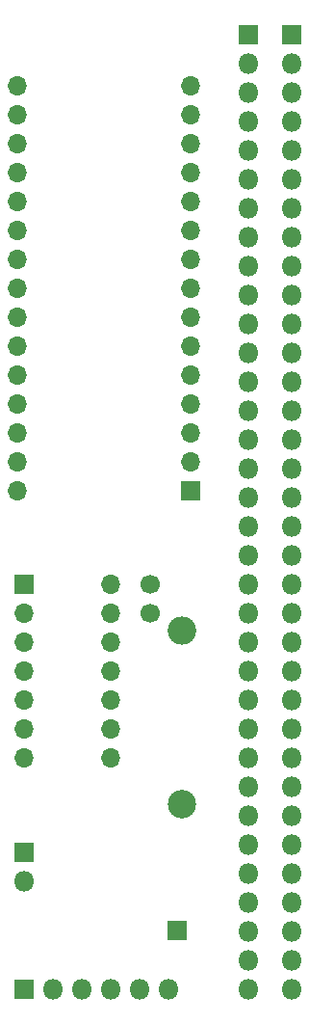
<source format=gbr>
%TF.GenerationSoftware,KiCad,Pcbnew,(5.1.6)-1*%
%TF.CreationDate,2021-03-12T09:15:54-05:00*%
%TF.ProjectId,BallySternArduino,42616c6c-7953-4746-9572-6e4172647569,rev?*%
%TF.SameCoordinates,Original*%
%TF.FileFunction,Soldermask,Bot*%
%TF.FilePolarity,Negative*%
%FSLAX46Y46*%
G04 Gerber Fmt 4.6, Leading zero omitted, Abs format (unit mm)*
G04 Created by KiCad (PCBNEW (5.1.6)-1) date 2021-03-12 09:15:54*
%MOMM*%
%LPD*%
G01*
G04 APERTURE LIST*
%ADD10R,1.800000X1.800000*%
%ADD11C,1.700000*%
%ADD12O,1.800000X1.800000*%
%ADD13O,1.700000X1.700000*%
%ADD14R,1.700000X1.700000*%
%ADD15O,2.500000X2.500000*%
%ADD16C,2.500000*%
G04 APERTURE END LIST*
D10*
%TO.C,INTR1*%
X37592000Y-107188000D03*
%TD*%
D11*
%TO.C,C2*%
X35179000Y-79335000D03*
X35179000Y-76835000D03*
%TD*%
D12*
%TO.C,WaveTrigger1*%
X36830000Y-112395000D03*
X34290000Y-112395000D03*
X31750000Y-112395000D03*
X29210000Y-112395000D03*
X26670000Y-112395000D03*
D10*
X24130000Y-112395000D03*
%TD*%
D13*
%TO.C,U1*%
X31750000Y-76835000D03*
X24130000Y-92075000D03*
X31750000Y-79375000D03*
X24130000Y-89535000D03*
X31750000Y-81915000D03*
X24130000Y-86995000D03*
X31750000Y-84455000D03*
X24130000Y-84455000D03*
X31750000Y-86995000D03*
X24130000Y-81915000D03*
X31750000Y-89535000D03*
X24130000Y-79375000D03*
X31750000Y-92075000D03*
D14*
X24130000Y-76835000D03*
%TD*%
D15*
%TO.C,R1*%
X37973000Y-80899000D03*
D16*
X37973000Y-96139000D03*
%TD*%
D12*
%TO.C,MPU_SEL1*%
X24130000Y-102870000D03*
D10*
X24130000Y-100330000D03*
%TD*%
D12*
%TO.C,J2*%
X43815000Y-112395000D03*
X43815000Y-109855000D03*
X43815000Y-107315000D03*
X43815000Y-104775000D03*
X43815000Y-102235000D03*
X43815000Y-99695000D03*
X43815000Y-97155000D03*
X43815000Y-94615000D03*
X43815000Y-92075000D03*
X43815000Y-89535000D03*
X43815000Y-86995000D03*
X43815000Y-84455000D03*
X43815000Y-81915000D03*
X43815000Y-79375000D03*
X43815000Y-76835000D03*
X43815000Y-74295000D03*
X43815000Y-71755000D03*
X43815000Y-69215000D03*
X43815000Y-66675000D03*
X43815000Y-64135000D03*
X43815000Y-61595000D03*
X43815000Y-59055000D03*
X43815000Y-56515000D03*
X43815000Y-53975000D03*
X43815000Y-51435000D03*
X43815000Y-48895000D03*
X43815000Y-46355000D03*
X43815000Y-43815000D03*
X43815000Y-41275000D03*
X43815000Y-38735000D03*
X43815000Y-36195000D03*
X43815000Y-33655000D03*
X43815000Y-31115000D03*
D10*
X43815000Y-28575000D03*
%TD*%
D12*
%TO.C,J1*%
X47625000Y-112395000D03*
X47625000Y-109855000D03*
X47625000Y-107315000D03*
X47625000Y-104775000D03*
X47625000Y-102235000D03*
X47625000Y-99695000D03*
X47625000Y-97155000D03*
X47625000Y-94615000D03*
X47625000Y-92075000D03*
X47625000Y-89535000D03*
X47625000Y-86995000D03*
X47625000Y-84455000D03*
X47625000Y-81915000D03*
X47625000Y-79375000D03*
X47625000Y-76835000D03*
X47625000Y-74295000D03*
X47625000Y-71755000D03*
X47625000Y-69215000D03*
X47625000Y-66675000D03*
X47625000Y-64135000D03*
X47625000Y-61595000D03*
X47625000Y-59055000D03*
X47625000Y-56515000D03*
X47625000Y-53975000D03*
X47625000Y-51435000D03*
X47625000Y-48895000D03*
X47625000Y-46355000D03*
X47625000Y-43815000D03*
X47625000Y-41275000D03*
X47625000Y-38735000D03*
X47625000Y-36195000D03*
X47625000Y-33655000D03*
X47625000Y-31115000D03*
D10*
X47625000Y-28575000D03*
%TD*%
D13*
%TO.C,ArduinoNanoV3*%
X23495000Y-33020000D03*
X38735000Y-33020000D03*
X23495000Y-68580000D03*
X38735000Y-35560000D03*
X23495000Y-66040000D03*
X38735000Y-38100000D03*
X23495000Y-63500000D03*
X38735000Y-40640000D03*
X23495000Y-60960000D03*
X38735000Y-43180000D03*
X23495000Y-58420000D03*
X38735000Y-45720000D03*
X23495000Y-55880000D03*
X38735000Y-48260000D03*
X23495000Y-53340000D03*
X38735000Y-50800000D03*
X23495000Y-50800000D03*
X38735000Y-53340000D03*
X23495000Y-48260000D03*
X38735000Y-55880000D03*
X23495000Y-45720000D03*
X38735000Y-58420000D03*
X23495000Y-43180000D03*
X38735000Y-60960000D03*
X23495000Y-40640000D03*
X38735000Y-63500000D03*
X23495000Y-38100000D03*
X38735000Y-66040000D03*
X23495000Y-35560000D03*
D14*
X38735000Y-68580000D03*
%TD*%
M02*

</source>
